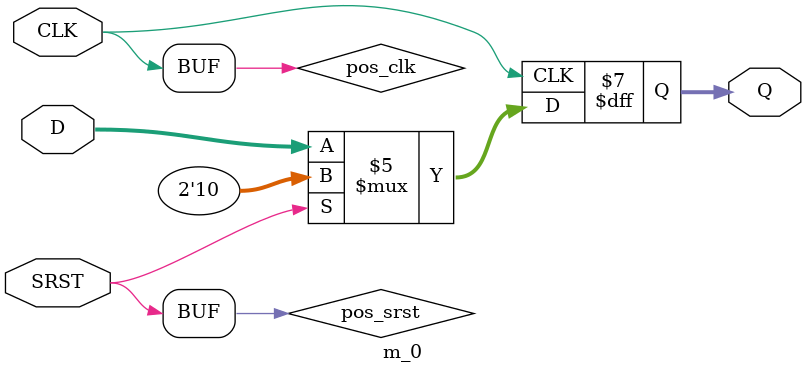
<source format=v>
module m_0 (CLK, D, SRST, Q);

parameter WIDTH = 2;
parameter CLK_POLARITY = 1'b1;
parameter SRST_POLARITY = 1'b1;
parameter SRST_VALUE = 2;

input CLK, SRST;
input [WIDTH-1:0] D;
output reg [WIDTH-1:0] Q;
wire pos_clk = CLK == CLK_POLARITY;
wire pos_srst = SRST == SRST_POLARITY;

always @(posedge pos_clk) begin
	if (pos_srst)
		Q <= SRST_VALUE;
	else
		Q <= D;
end

endmodule


</source>
